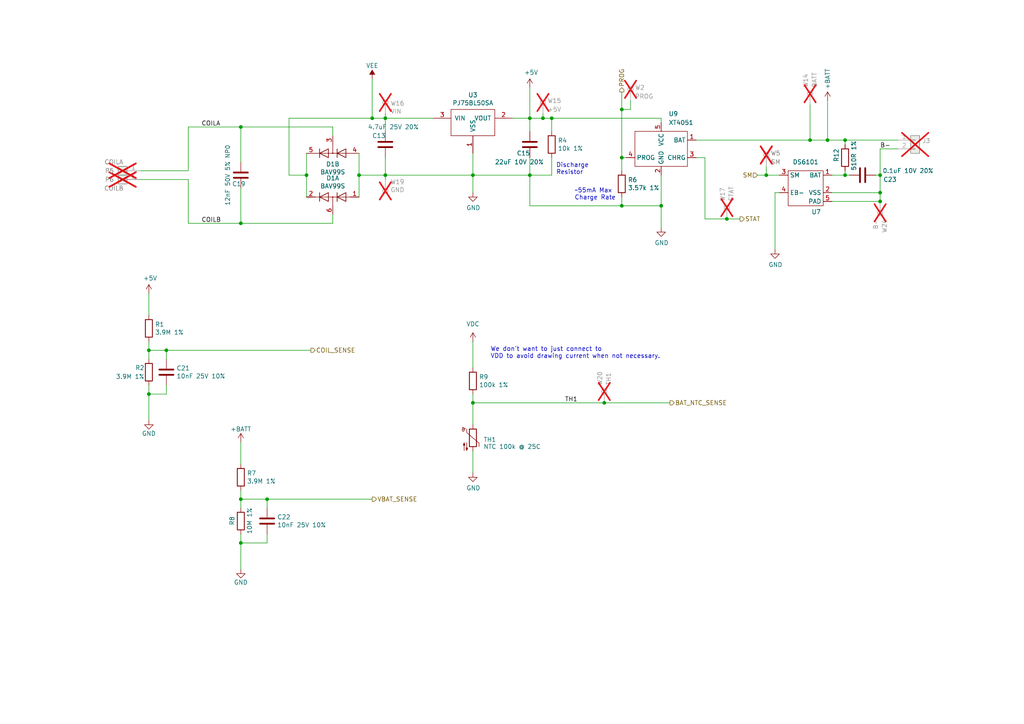
<source format=kicad_sch>
(kicad_sch (version 20250114) (generator "eeschema") (generator_version "9.0")
  (paper "A4")
  (title_block (title "Pixels D6 Schematic, Main") (date "2025-10-12") (rev "11") (company "Systemic Games, LLC") (comment 1 "Wireless Charging Circuitry"))
  (lib_symbols
    (symbol "Connector_Generic:Conn_01x01" (pin_names (offset 1.016) (hide yes))
      (property "Reference" "J" (at 0 2.54 0))
      (property "Value" "Conn_01x01" (at 0 -2.54 0))
      (symbol "Conn_01x01_1_1"
        (rectangle (start -1.27 1.27) (end 1.27 -1.27) (stroke (width 0.254)) (fill (type background)))
        (rectangle (start -1.27 0.127) (end 0 -0.127) (stroke (width 0.1524)))
        (pin passive line (at -5.08 0 0) (length 3.81) (name "Pin_1") (number "1"))
      )
    )
    (symbol "Connector_Generic:Conn_01x02" (pin_names (offset 1.016) (hide yes))
      (property "Reference" "J" (at 0 2.54 0))
      (property "Value" "Conn_01x02" (at 0 -5.08 0))
      (symbol "Conn_01x02_1_1"
        (rectangle (start -1.27 1.27) (end 1.27 -3.81) (stroke (width 0.254)) (fill (type background)))
        (rectangle (start -1.27 0.127) (end 0 -0.127) (stroke (width 0.1524)))
        (rectangle (start -1.27 -2.413) (end 0 -2.667) (stroke (width 0.1524)))
        (pin passive line (at -5.08 0 0) (length 3.81) (name "Pin_1") (number "1"))
        (pin passive line (at -5.08 -2.54 0) (length 3.81) (name "Pin_2") (number "2"))
      )
    )
    (symbol "Device:C" (pin_numbers (hide yes)) (pin_names (offset 0.254))
      (property "Reference" "C" (at 0.635 2.54 0))
      (property "Value" "C" (at 0.635 -2.54 0))
      (symbol "C_0_1"
        (polyline (pts (xy -2.032 0.762) (xy 2.032 0.762)) (stroke (width 0.508)))
        (polyline (pts (xy -2.032 -0.762) (xy 2.032 -0.762)) (stroke (width 0.508)))
      )
      (symbol "C_1_1"
        (pin passive line (at 0 3.81 270) (length 2.794) (name "~") (number "1"))
        (pin passive line (at 0 -3.81 90) (length 2.794) (name "~") (number "2"))
      )
    )
    (symbol "Device:R" (pin_numbers (hide yes)) (pin_names (offset 0))
      (property "Reference" "R" (at 2.032 0 90))
      (property "Value" "R" (at 0 0 90))
      (symbol "R_0_1"
        (rectangle (start -1.016 -2.54) (end 1.016 2.54) (stroke (width 0.254)))
      )
      (symbol "R_1_1"
        (pin passive line (at 0 3.81 270) (length 1.27) (name "~") (number "1"))
        (pin passive line (at 0 -3.81 90) (length 1.27) (name "~") (number "2"))
      )
    )
    (symbol "Device:Thermistor_NTC" (pin_numbers (hide yes)) (pin_names (offset 0))
      (property "Reference" "TH" (at -4.445 0 90))
      (property "Value" "Thermistor_NTC" (at 3.175 0 90))
      (symbol "Thermistor_NTC_0_1"
        (arc (start -3.175 2.413) (mid -3.0506 2.3165) (end -3.048 2.159))
        (arc (start -3.048 2.794) (mid -2.9736 2.9736) (end -2.794 3.048))
        (arc (start -2.794 3.048) (mid -2.6144 2.9736) (end -2.54 2.794))
        (arc (start -2.794 2.54) (mid -2.9736 2.6144) (end -3.048 2.794))
        (arc (start -2.794 1.905) (mid -2.9736 1.9794) (end -3.048 2.159))
        (arc (start -2.54 2.159) (mid -2.6144 1.9794) (end -2.794 1.905))
        (arc (start -2.159 2.794) (mid -2.434 2.5608) (end -2.794 2.54))
        (polyline (pts (xy -2.54 2.159) (xy -2.54 2.794)))
        (polyline (pts (xy -2.54 -3.683) (xy -2.54 -1.397) (xy -2.794 -2.159) (xy -2.286 -2.159) (xy -2.54 -1.397) (xy -2.54 -1.651)) (fill (type outline)))
        (polyline (pts (xy -1.778 2.54) (xy -1.778 1.524) (xy 1.778 -1.524) (xy 1.778 -2.54)))
        (polyline (pts (xy -1.778 -1.397) (xy -1.778 -3.683) (xy -2.032 -2.921) (xy -1.524 -2.921) (xy -1.778 -3.683) (xy -1.778 -3.429)) (fill (type outline)))
        (rectangle (start -1.016 2.54) (end 1.016 -2.54) (stroke (width 0.254)))
      )
      (symbol "Thermistor_NTC_1_1"
        (pin passive line (at 0 3.81 270) (length 1.27) (name "~") (number "1"))
        (pin passive line (at 0 -3.81 90) (length 1.27) (name "~") (number "2"))
      )
    )
    (symbol "Pixels-dice:BAV99S-diode" (pin_names (offset 0.0254) (hide yes))
      (property "Reference" "D" (at 0 2.54 0))
      (property "Value" "BAV99S-diode" (at 0 5.08 0))
      (symbol "BAV99S-diode_0_1"
        (polyline (pts (xy -5.08 0) (xy 5.08 0)))
        (polyline (pts (xy -3.81 1.27) (xy -1.27 0) (xy -3.81 -1.27) (xy -3.81 1.27) (xy -3.81 1.27) (xy -3.81 1.27)) (stroke (width 0.2032)))
        (polyline (pts (xy -1.27 -1.27) (xy -1.27 1.27) (xy -1.27 1.27)) (stroke (width 0.2032)))
        (polyline (pts (xy 0 0) (xy 0 -2.54)))
        (circle (center 0 0) (radius 0.127))
        (polyline (pts (xy 1.27 1.27) (xy 3.81 0) (xy 1.27 -1.27) (xy 1.27 1.27) (xy 1.27 1.27) (xy 1.27 1.27)) (stroke (width 0.2032)))
        (polyline (pts (xy 3.81 1.27) (xy 3.81 -1.27) (xy 3.81 -1.27)) (stroke (width 0.2032)))
      )
      (symbol "BAV99S-diode_1_1"
        (polyline (pts (xy 6.35 0) (xy 7.62 0)))
        (pin passive line (at -7.62 0 0) (length 2.54) (name "A1") (number "1"))
        (pin passive line (at 0 -5.08 90) (length 2.54) (name "K3A4") (number "6"))
        (pin passive line (at 7.62 0 180) (length 2.54) (name "K2") (number "2"))
      )
      (symbol "BAV99S-diode_2_1"
        (polyline (pts (xy 6.35 0) (xy 7.62 0)))
        (pin passive line (at -7.62 0 0) (length 2.54) (name "A3") (number "4"))
        (pin passive line (at 0 -5.08 90) (length 2.54) (name "K1A2") (number "3"))
        (pin passive line (at 7.62 0 180) (length 2.54) (name "K4") (number "5"))
      )
    )
    (symbol "Pixels-dice:DS6101"
      (property "Reference" "U" (at 3.556 -6.35 0))
      (property "Value" "DS6101" (at 0 0 0))
      (symbol "DS6101_0_1"
        (rectangle (start -5.08 5.08) (end 5.08 -5.08))
      )
      (symbol "DS6101_1_1"
        (pin input line (at -7.62 3.81 0) (length 2.54) (name "SM") (number "3"))
        (pin input line (at -7.62 -1.27 0) (length 2.54) (name "EB-") (number "4"))
        (pin power_in line (at 7.62 3.81 180) (length 2.54) (name "BAT") (number "1"))
        (pin power_in line (at 7.62 -1.27 180) (length 2.54) (name "VSS") (number "2"))
        (pin free line (at 7.62 -3.81 180) (length 2.54) (name "PAD") (number "5"))
      )
    )
    (symbol "Pixels-dice:HX6306P502MR" (pin_names (offset 1.016))
      (property "Reference" "U" (at 3.81 -6.35 0))
      (property "Value" "HX6306P502MR" (at 0 3.81 0))
      (symbol "HX6306P502MR_0_1"
        (rectangle (start -6.35 2.54) (end 6.35 -5.08))
      )
      (symbol "HX6306P502MR_1_1"
        (pin power_in line (at -11.43 0 0) (length 5.08) (name "VIN") (number "3"))
        (pin power_in line (at 0 -10.16 90) (length 5.08) (name "VSS") (number "1"))
        (pin power_out line (at 11.43 0 180) (length 5.08) (name "VOUT") (number "2"))
      )
    )
    (symbol "Pixels-dice:TEST_1P-conn" (pin_numbers (hide yes)) (pin_names (offset 0.762) (hide yes))
      (property "Reference" "W" (at 0 6.858 0))
      (property "Value" "TEST_1P-conn" (at 0 5.08 0))
      (symbol "TEST_1P-conn_0_1"
        (circle (center 0 3.302) (radius 0.762))
      )
      (symbol "TEST_1P-conn_1_1"
        (pin passive line (at 0 0 90) (length 2.54) (name "1") (number "1"))
      )
    )
    (symbol "Pixels-dice:XT4051"
      (property "Reference" "U" (at 5.334 -6.35 0))
      (property "Value" "XT4051" (at 0 1.27 0))
      (symbol "XT4051_0_1"
        (rectangle (start -7.62 5.08) (end 7.62 -5.08))
      )
      (symbol "XT4051_1_1"
        (pin input line (at -10.16 -2.54 0) (length 2.54) (name "PROG") (number "4"))
        (pin power_in line (at 0 7.62 270) (length 2.54) (name "VCC") (number "5"))
        (pin power_in line (at 0 -7.62 90) (length 2.54) (name "GND") (number "2"))
        (pin power_out line (at 10.16 2.54 180) (length 2.54) (name "BAT") (number "1"))
        (pin output line (at 10.16 -2.54 180) (length 2.54) (name "CHRG") (number "3"))
      )
    )
    (symbol "power:+5V" (power) (pin_names (offset 0))
      (property "Value" "+5V" (at 0 3.556 0))
      (symbol "+5V_0_1"
        (polyline (pts (xy -0.762 1.27) (xy 0 2.54)))
        (polyline (pts (xy 0 2.54) (xy 0.762 1.27)))
        (polyline (pts (xy 0 0) (xy 0 2.54)))
      )
      (symbol "+5V_1_1"
        (pin power_in line (at 0 0 90) (length 0) (hide yes) (name "+5V") (number "1"))
      )
    )
    (symbol "power:+BATT" (power) (pin_names (offset 0))
      (property "Value" "+BATT" (at 0 3.556 0))
      (symbol "+BATT_0_1"
        (polyline (pts (xy -0.762 1.27) (xy 0 2.54)))
        (polyline (pts (xy 0 2.54) (xy 0.762 1.27)))
        (polyline (pts (xy 0 0) (xy 0 2.54)))
      )
      (symbol "+BATT_1_1"
        (pin power_in line (at 0 0 90) (length 0) (hide yes) (name "+BATT") (number "1"))
      )
    )
    (symbol "power:GND" (power) (pin_names (offset 0))
      (property "Value" "GND" (at 0 -3.81 0))
      (symbol "GND_0_1"
        (polyline (pts (xy 0 0) (xy 0 -1.27) (xy 1.27 -1.27) (xy 0 -2.54) (xy -1.27 -1.27) (xy 0 -1.27)))
      )
      (symbol "GND_1_1"
        (pin power_in line (at 0 0 270) (length 0) (hide yes) (name "GND") (number "1"))
      )
    )
    (symbol "power:VDC" (power) (pin_numbers (hide yes)) (pin_names (offset 0) (hide yes))
      (property "Value" "VDC" (at 0 3.556 0))
      (symbol "VDC_0_1"
        (polyline (pts (xy -0.762 1.27) (xy 0 2.54)))
        (polyline (pts (xy 0 2.54) (xy 0.762 1.27)))
        (polyline (pts (xy 0 0) (xy 0 2.54)))
      )
      (symbol "VDC_1_1"
        (pin power_in line (at 0 0 90) (length 0) (name "~") (number "1"))
      )
    )
    (symbol "power:VEE" (power) (pin_names (offset 0))
      (property "Value" "VEE" (at 0 3.81 0))
      (symbol "VEE_0_1"
        (polyline (pts (xy 0 0) (xy 0 2.54)))
        (polyline (pts (xy 0.762 1.27) (xy -0.762 1.27) (xy 0 2.54) (xy 0.762 1.27)) (fill (type outline)))
      )
      (symbol "VEE_1_1"
        (pin power_in line (at 0 0 90) (length 0) (hide yes) (name "VEE") (number "1"))
      )
    )
  )
  (text "We don't want to just connect to\nVDD to avoid drawing current when not necessary." (at 142.24 104.14 0) (effects (font (size 1.27 1.27)) (justify left bottom)))
  (text "~55mA Max\nCharge Rate" (at 166.624 58.166 0) (effects (font (size 1.27 1.27)) (justify left bottom)))
  (text "Discharge\nResistor" (at 161.29 50.8 0) (effects (font (size 1.27 1.27)) (justify left bottom)))
  (junction (at 245.11 50.8))
  (junction (at 88.9 50.8))
  (junction (at 180.34 59.69))
  (junction (at 245.11 40.64))
  (junction (at 43.18 101.6))
  (junction (at 43.18 114.3))
  (junction (at 191.77 59.69))
  (junction (at 77.47 144.78))
  (junction (at 160.02 34.29))
  (junction (at 153.67 50.8))
  (junction (at 240.03 40.64))
  (junction (at 137.16 50.8))
  (junction (at 111.76 50.8))
  (junction (at 69.85 36.83))
  (junction (at 180.34 31.75))
  (junction (at 137.16 116.84))
  (junction (at 111.76 34.29))
  (junction (at 222.25 50.8))
  (junction (at 180.34 45.72))
  (junction (at 175.26 116.84))
  (junction (at 69.85 157.48))
  (junction (at 48.26 101.6))
  (junction (at 234.95 40.64))
  (junction (at 255.27 58.42))
  (junction (at 153.67 34.29))
  (junction (at 69.85 64.77))
  (junction (at 157.48 34.29))
  (junction (at 69.85 144.78))
  (junction (at 104.14 50.8))
  (junction (at 210.82 63.5))
  (junction (at 107.95 34.29))
  (junction (at 255.27 50.8))
  (junction (at 255.27 55.88))
  (wire (pts (xy 160.02 45.72) (xy 160.02 50.8)))
  (wire (pts (xy 153.67 59.69) (xy 180.34 59.69)))
  (wire (pts (xy 69.85 64.77) (xy 54.61 64.77)))
  (wire (pts (xy 234.95 40.64) (xy 240.03 40.64)))
  (wire (pts (xy 77.47 157.48) (xy 69.85 157.48)))
  (wire (pts (xy 43.18 111.76) (xy 43.18 114.3)))
  (wire (pts (xy 153.67 50.8) (xy 153.67 59.69)))
  (wire (pts (xy 111.76 34.29) (xy 125.73 34.29)))
  (wire (pts (xy 157.48 33.02) (xy 157.48 34.29)))
  (wire (pts (xy 204.47 63.5) (xy 210.82 63.5)))
  (wire (pts (xy 43.18 91.44) (xy 43.18 85.09)))
  (wire (pts (xy 69.85 36.83) (xy 54.61 36.83)))
  (wire (pts (xy 160.02 34.29) (xy 160.02 38.1)))
  (wire (pts (xy 153.67 25.4) (xy 153.67 34.29)))
  (wire (pts (xy 245.11 40.64) (xy 240.03 40.64)))
  (wire (pts (xy 54.61 64.77) (xy 54.61 52.07)))
  (wire (pts (xy 180.34 59.69) (xy 191.77 59.69)))
  (wire (pts (xy 88.9 44.45) (xy 88.9 50.8)))
  (wire (pts (xy 153.67 50.8) (xy 153.67 45.72)))
  (wire (pts (xy 40.64 49.53) (xy 54.61 49.53)))
  (wire (pts (xy 234.95 30.48) (xy 234.95 40.64)))
  (wire (pts (xy 204.47 45.72) (xy 204.47 63.5)))
  (wire (pts (xy 43.18 99.06) (xy 43.18 101.6)))
  (wire (pts (xy 43.18 114.3) (xy 43.18 121.92)))
  (wire (pts (xy 255.27 43.18) (xy 260.35 43.18)))
  (wire (pts (xy 222.25 50.8) (xy 226.06 50.8)))
  (wire (pts (xy 43.18 104.14) (xy 43.18 101.6)))
  (wire (pts (xy 137.16 99.06) (xy 137.16 106.68)))
  (wire (pts (xy 54.61 36.83) (xy 54.61 49.53)))
  (wire (pts (xy 88.9 50.8) (xy 88.9 57.15)))
  (wire (pts (xy 157.48 34.29) (xy 160.02 34.29)))
  (wire (pts (xy 104.14 44.45) (xy 104.14 50.8)))
  (wire (pts (xy 137.16 50.8) (xy 153.67 50.8)))
  (wire (pts (xy 104.14 50.8) (xy 104.14 57.15)))
  (wire (pts (xy 160.02 34.29) (xy 191.77 34.29)))
  (wire (pts (xy 111.76 33.02) (xy 111.76 34.29)))
  (wire (pts (xy 77.47 144.78) (xy 69.85 144.78)))
  (wire (pts (xy 182.88 31.75) (xy 180.34 31.75)))
  (wire (pts (xy 77.47 154.94) (xy 77.47 157.48)))
  (wire (pts (xy 48.26 111.76) (xy 48.26 114.3)))
  (wire (pts (xy 137.16 116.84) (xy 175.26 116.84)))
  (wire (pts (xy 241.3 58.42) (xy 255.27 58.42)))
  (wire (pts (xy 43.18 101.6) (xy 48.26 101.6)))
  (wire (pts (xy 255.27 55.88) (xy 241.3 55.88)))
  (wire (pts (xy 255.27 50.8) (xy 255.27 55.88)))
  (wire (pts (xy 137.16 114.3) (xy 137.16 116.84)))
  (wire (pts (xy 224.79 55.88) (xy 226.06 55.88)))
  (wire (pts (xy 245.11 50.8) (xy 241.3 50.8)))
  (wire (pts (xy 222.25 48.26) (xy 222.25 50.8)))
  (wire (pts (xy 96.52 62.23) (xy 96.52 64.77)))
  (wire (pts (xy 255.27 58.42) (xy 255.27 55.88)))
  (wire (pts (xy 111.76 34.29) (xy 111.76 38.1)))
  (wire (pts (xy 182.88 29.21) (xy 182.88 31.75)))
  (wire (pts (xy 137.16 50.8) (xy 137.16 55.88)))
  (wire (pts (xy 204.47 45.72) (xy 201.93 45.72)))
  (wire (pts (xy 148.59 34.29) (xy 153.67 34.29)))
  (wire (pts (xy 137.16 130.81) (xy 137.16 137.16)))
  (wire (pts (xy 180.34 31.75) (xy 180.34 45.72)))
  (wire (pts (xy 69.85 144.78) (xy 69.85 147.32)))
  (wire (pts (xy 175.26 116.84) (xy 194.31 116.84)))
  (wire (pts (xy 245.11 40.64) (xy 245.11 41.91)))
  (wire (pts (xy 69.85 128.27) (xy 69.85 134.62)))
  (wire (pts (xy 69.85 154.94) (xy 69.85 157.48)))
  (wire (pts (xy 77.47 144.78) (xy 107.95 144.78)))
  (wire (pts (xy 40.64 52.07) (xy 54.61 52.07)))
  (wire (pts (xy 240.03 29.21) (xy 240.03 40.64)))
  (wire (pts (xy 48.26 101.6) (xy 90.17 101.6)))
  (wire (pts (xy 69.85 54.61) (xy 69.85 64.77)))
  (wire (pts (xy 224.79 55.88) (xy 224.79 72.39)))
  (wire (pts (xy 111.76 50.8) (xy 104.14 50.8)))
  (wire (pts (xy 219.71 50.8) (xy 222.25 50.8)))
  (wire (pts (xy 191.77 35.56) (xy 191.77 34.29)))
  (wire (pts (xy 48.26 104.14) (xy 48.26 101.6)))
  (wire (pts (xy 191.77 50.8) (xy 191.77 59.69)))
  (wire (pts (xy 180.34 26.67) (xy 180.34 31.75)))
  (wire (pts (xy 210.82 63.5) (xy 214.63 63.5)))
  (wire (pts (xy 153.67 34.29) (xy 153.67 38.1)))
  (wire (pts (xy 83.82 34.29) (xy 107.95 34.29)))
  (wire (pts (xy 137.16 44.45) (xy 137.16 50.8)))
  (wire (pts (xy 255.27 43.18) (xy 255.27 50.8)))
  (wire (pts (xy 69.85 36.83) (xy 96.52 36.83)))
  (wire (pts (xy 88.9 50.8) (xy 83.82 50.8)))
  (wire (pts (xy 77.47 144.78) (xy 77.47 147.32)))
  (wire (pts (xy 48.26 114.3) (xy 43.18 114.3)))
  (wire (pts (xy 181.61 45.72) (xy 180.34 45.72)))
  (wire (pts (xy 245.11 49.53) (xy 245.11 50.8)))
  (wire (pts (xy 111.76 52.07) (xy 111.76 50.8)))
  (wire (pts (xy 160.02 50.8) (xy 153.67 50.8)))
  (wire (pts (xy 69.85 142.24) (xy 69.85 144.78)))
  (wire (pts (xy 254 50.8) (xy 255.27 50.8)))
  (wire (pts (xy 153.67 34.29) (xy 157.48 34.29)))
  (wire (pts (xy 245.11 40.64) (xy 260.35 40.64)))
  (wire (pts (xy 201.93 40.64) (xy 234.95 40.64)))
  (wire (pts (xy 83.82 50.8) (xy 83.82 34.29)))
  (wire (pts (xy 180.34 57.15) (xy 180.34 59.69)))
  (wire (pts (xy 69.85 157.48) (xy 69.85 165.1)))
  (wire (pts (xy 107.95 22.86) (xy 107.95 34.29)))
  (wire (pts (xy 111.76 45.72) (xy 111.76 50.8)))
  (wire (pts (xy 111.76 50.8) (xy 137.16 50.8)))
  (wire (pts (xy 96.52 39.37) (xy 96.52 36.83)))
  (wire (pts (xy 180.34 45.72) (xy 180.34 49.53)))
  (wire (pts (xy 69.85 46.99) (xy 69.85 36.83)))
  (wire (pts (xy 191.77 59.69) (xy 191.77 66.04)))
  (wire (pts (xy 107.95 34.29) (xy 111.76 34.29)))
  (wire (pts (xy 245.11 50.8) (xy 246.38 50.8)))
  (wire (pts (xy 137.16 116.84) (xy 137.16 123.19)))
  (wire (pts (xy 69.85 64.77) (xy 96.52 64.77)))
  (label "COILB" (at 58.42 64.77 0))
  (label "B-" (at 255.27 43.18 0))
  (label "TH1" (at 163.83 116.84 0))
  (label "COILA" (at 58.42 36.83 0))
  (hierarchical_label "SM" (shape input) (at 219.71 50.8 180))
  (hierarchical_label "PROG" (shape output) (at 180.34 26.67 90))
  (hierarchical_label "VBAT_SENSE" (shape output) (at 107.95 144.78 0))
  (hierarchical_label "COIL_SENSE" (shape output) (at 90.17 101.6 0))
  (hierarchical_label "STAT" (shape output) (at 214.63 63.5 0))
  (hierarchical_label "BAT_NTC_SENSE" (shape output) (at 194.31 116.84 0))
  (symbol (lib_id "power:GND") (at 224.79 72.39 0) (unit 1)
    (property "Reference" "#PWR052" (effects (hide yes)))
    (property "Value" "GND" (at 224.917 76.7842 0))
  )
  (symbol (lib_id "Device:C") (at 111.76 41.91 0) (unit 1)
    (property "Reference" "C13" (at 107.95 39.37 0) (effects (justify left)))
    (property "Value" "4.7uF 25V 20%" (at 106.68 36.83 0) (effects (justify left)))
    (property "Footprint" "Capacitor_SMD:C_0402_1005Metric" (effects (hide yes)))
    (property "Generic OK" "YES" (effects (hide yes)))
    (property "Manufacturer" "HRE" (effects (hide yes)))
    (property "Part Number" "CGA0402X5R475M250GT" (effects (hide yes)))
    (property "LCSC Part #" "C6119795" (effects (hide yes)))
  )
  (symbol (lib_id "Device:R") (at 137.16 110.49 0) (unit 1)
    (property "Reference" "R9" (at 138.938 109.3216 0) (effects (justify left)))
    (property "Value" "100k 1%" (at 138.938 111.633 0) (effects (justify left)))
    (property "Footprint" "Resistor_SMD:R_0201_0603Metric" (effects (hide yes)))
    (property "Generic OK" "YES" (effects (hide yes)))
    (property "Manufacturer" "UNI-ROYAL(Uniroyal Elec)" (effects (hide yes)))
    (property "Part Number" "0201WMF1003TEE" (effects (hide yes)))
    (property "LCSC Part #" "C270364" (effects (hide yes)))
  )
  (symbol (lib_id "Pixels-dice:TEST_1P-conn") (at 111.76 33.02 0) (unit 1) (in_bom no) (dnp yes)
    (property "Reference" "W16" (at 113.2332 29.972 0) (effects (justify left)))
    (property "Value" "VIN" (at 113.2332 32.2834 0) (effects (justify left)))
    (property "Footprint" "Pixels-dice:TEST_PIN" (effects (hide yes)))
    (property "Generic OK" "N/A" (effects (hide yes)))
  )
  (symbol (lib_id "Device:R") (at 160.02 41.91 0) (unit 1)
    (property "Reference" "R4" (at 161.798 40.7416 0) (effects (justify left)))
    (property "Value" "10k 1%" (at 161.798 43.053 0) (effects (justify left)))
    (property "Footprint" "Resistor_SMD:R_0201_0603Metric" (effects (hide yes)))
    (property "Generic OK" "YES" (effects (hide yes)))
    (property "Manufacturer" "UNI-ROYAL(Uniroyal Elec)" (effects (hide yes)))
    (property "Part Number" "0201WMF1002TEE" (effects (hide yes)))
    (property "LCSC Part #" "C473048" (effects (hide yes)))
  )
  (symbol (lib_id "Device:Thermistor_NTC") (at 137.16 127 0) (unit 1)
    (property "Reference" "TH1" (at 140.208 127.508 0) (effects (justify left)))
    (property "Value" "NTC 100k @ 25C" (at 140.208 129.54 0) (effects (justify left)))
    (property "Footprint" "Resistor_SMD:R_0201_0603Metric" (effects (hide yes)))
    (property "Generic OK" "NO" (effects (hide yes)))
    (property "Manufacturer" "muRata " (effects (hide yes)))
    (property "Part Number" "NCP03WF104F05RL " (effects (hide yes)))
    (property "LCSC Part #" "C107344" (effects (hide yes)))
  )
  (symbol (lib_id "power:VEE") (at 107.95 22.86 0) (unit 1)
    (property "Reference" "#PWR032" (effects (hide yes)))
    (property "Value" "VEE" (at 107.95 19.05 0))
  )
  (symbol (lib_id "power:+5V") (at 43.18 85.09 0) (unit 1)
    (property "Reference" "#PWR057" (effects (hide yes)))
    (property "Value" "+5V" (at 43.561 80.6958 0))
  )
  (symbol (lib_id "Device:C") (at 69.85 50.8 0) (unit 1)
    (property "Reference" "C19" (at 67.31 53.34 0) (effects (justify left)))
    (property "Value" "12nF 50V 5% NP0" (at 66.04 59.69 90) (effects (justify left)))
    (property "Footprint" "Capacitor_SMD:C_0805_2012Metric" (effects (hide yes)))
    (property "Generic OK" "NO" (effects (hide yes)))
    (property "Manufacturer" "Murata" (effects (hide yes)))
    (property "Part Number" "GRM2195C1H123JA01D" (effects (hide yes)))
    (property "LCSC Part #" "C97906" (effects (hide yes)))
  )
  (symbol (lib_id "Device:C") (at 250.19 50.8 90) (unit 1)
    (property "Reference" "C23" (at 260.096 52.07 90) (effects (justify left)))
    (property "Value" "0.1uF 10V 20%" (at 270.764 49.53 90) (effects (justify left)))
    (property "Footprint" "Capacitor_SMD:C_0201_0603Metric" (effects (hide yes)))
    (property "Generic OK" "YES" (effects (hide yes)))
    (property "Manufacturer" "HRE" (effects (hide yes)))
    (property "Part Number" "CGA0201X5R104K100ET" (effects (hide yes)))
    (property "LCSC Part #" "C6119757" (effects (hide yes)))
  )
  (symbol (lib_id "Device:R") (at 180.34 53.34 0) (unit 1)
    (property "Reference" "R6" (at 182.118 52.1716 0) (effects (justify left)))
    (property "Value" "3.57k 1%" (at 182.118 54.483 0) (effects (justify left)))
    (property "Footprint" "Resistor_SMD:R_0201_0603Metric" (effects (hide yes)))
    (property "Generic OK" "YES" (effects (hide yes)))
    (property "Manufacturer" "UNI-ROYAL(Uniroyal Elec)" (effects (hide yes)))
    (property "Part Number" "0201WMF3571TEE" (effects (hide yes)))
  )
  (symbol (lib_id "Pixels-dice:TEST_1P-conn") (at 255.27 58.42 180) (unit 1) (in_bom no) (dnp yes)
    (property "Reference" "W24" (at 256.54 63.5 90) (effects (justify left)))
    (property "Value" "B-" (at 254 63.5 90) (effects (justify left)))
    (property "Footprint" "Pixels-dice:TEST_PIN" (effects (hide yes)))
    (property "Generic OK" "N/A" (effects (hide yes)))
  )
  (symbol (lib_id "Device:R") (at 69.85 138.43 0) (unit 1)
    (property "Reference" "R7" (at 71.628 137.2616 0) (effects (justify left)))
    (property "Value" "3.9M 1%" (at 71.628 139.573 0) (effects (justify left)))
    (property "Footprint" "Resistor_SMD:R_0201_0603Metric" (effects (hide yes)))
    (property "Generic OK" "YES" (effects (hide yes)))
    (property "Manufacturer" "UNI-ROYAL(Uniroyal Elec)" (effects (hide yes)))
    (property "Part Number" "0201WMF3904TEE" (effects (hide yes)))
    (property "Alternate Manufacturer" "RALEC" (effects (hide yes)))
    (property "Alternate PN" "RTT013904FTH" (effects (hide yes)))
    (property "Alternate LCSC Part #" "C166210" (effects (hide yes)))
    (property "LCSC Part #" "C423545" (effects (hide yes)))
  )
  (symbol (lib_id "power:+BATT") (at 69.85 128.27 0) (unit 1)
    (property "Reference" "#PWR058" (effects (hide yes)))
    (property "Value" "+BATT" (at 69.85 124.46 0))
  )
  (symbol (lib_id "Device:R") (at 69.85 151.13 0) (unit 1)
    (property "Reference" "R8" (at 67.31 152.4 90) (effects (justify left)))
    (property "Value" "10M 1%" (at 72.39 154.94 90) (effects (justify left)))
    (property "Footprint" "Resistor_SMD:R_0201_0603Metric" (effects (hide yes)))
    (property "Generic OK" "YES" (effects (hide yes)))
    (property "Manufacturer" "UNI-ROYAL(Uniroyal Elec)" (effects (hide yes)))
    (property "Part Number" "0201WMF1005TEE" (effects (hide yes)))
    (property "LCSC Part #" "C423797" (effects (hide yes)))
  )
  (symbol (lib_id "Pixels-dice:HX6306P502MR") (at 137.16 34.29 0) (unit 1)
    (property "Reference" "U3" (at 137.16 27.559 0))
    (property "Value" "PJ75BL50SA" (at 137.16 29.8704 0))
    (property "Footprint" "Pixels-dice:SOT-23" (effects (hide yes)))
    (property "Manufacturer" "PJSEMI" (effects (hide yes)))
    (property "Manufacturer Part Number" "PJ75BL50SA" (effects (hide yes)))
    (property "Generic OK" "NO" (effects (hide yes)))
    (property "Part Number" "PJ75BL50SA" (effects (hide yes)))
  )
  (symbol (lib_id "Device:R") (at 43.18 95.25 0) (unit 1)
    (property "Reference" "R1" (at 44.958 94.0816 0) (effects (justify left)))
    (property "Value" "3.9M 1%" (at 44.958 96.393 0) (effects (justify left)))
    (property "Footprint" "Resistor_SMD:R_0201_0603Metric" (effects (hide yes)))
    (property "Generic OK" "YES" (effects (hide yes)))
    (property "Manufacturer" "UNI-ROYAL(Uniroyal Elec)" (effects (hide yes)))
    (property "Part Number" "0201WMF3904TEE" (effects (hide yes)))
    (property "Alternate Manufacturer" "RALEC" (effects (hide yes)))
    (property "Alternate PN" "RTT013904FTH" (effects (hide yes)))
    (property "Alternate LCSC Part #" "C166210" (effects (hide yes)))
    (property "LCSC Part #" "C423545" (effects (hide yes)))
  )
  (symbol (lib_id "Device:R") (at 43.18 107.95 180) (unit 1)
    (property "Reference" "R2" (at 41.91 106.68 0) (effects (justify left)))
    (property "Value" "3.9M 1%" (at 41.91 109.22 0) (effects (justify left)))
    (property "Footprint" "Resistor_SMD:R_0201_0603Metric" (effects (hide yes)))
    (property "Generic OK" "YES" (effects (hide yes)))
    (property "Manufacturer" "UNI-ROYAL(Uniroyal Elec)" (effects (hide yes)))
    (property "Part Number" "0201WMF3904TEE" (effects (hide yes)))
    (property "Alternate Manufacturer" "RALEC" (effects (hide yes)))
    (property "Alternate PN" "RTT013904FTH" (effects (hide yes)))
    (property "Alternate LCSC Part #" "C166210" (effects (hide yes)))
    (property "LCSC Part #" "C423545" (effects (hide yes)))
  )
  (symbol (lib_id "power:GND") (at 69.85 165.1 0) (unit 1)
    (property "Reference" "#PWR060" (effects (hide yes)))
    (property "Value" "GND" (at 69.85 168.91 0))
  )
  (symbol (lib_id "power:+5V") (at 153.67 25.4 0) (unit 1)
    (property "Reference" "#PWR040" (effects (hide yes)))
    (property "Value" "+5V" (at 154.051 21.0058 0))
  )
  (symbol (lib_id "Device:C") (at 77.47 151.13 0) (unit 1)
    (property "Reference" "C22" (at 80.391 149.9616 0) (effects (justify left)))
    (property "Value" "10nF 25V 10%" (at 80.391 152.273 0) (effects (justify left)))
    (property "Footprint" "Capacitor_SMD:C_0201_0603Metric" (effects (hide yes)))
    (property "Generic OK" "YES" (effects (hide yes)))
    (property "Manufacturer" "HRE" (effects (hide yes)))
    (property "Part Number" "CGA0201X5R103K250ET" (effects (hide yes)))
    (property "Alternate Manufacturer" "Murata Electronics" (effects (hide yes)))
    (property "Alternate PN" "GRM033R71A103KA01D" (effects (hide yes)))
    (property "Alternate LCSC Part #" "C76941" (effects (hide yes)))
    (property "LCSC Part #" "C7503521" (effects (hide yes)))
  )
  (symbol (lib_id "Pixels-dice:TEST_1P-conn") (at 210.82 63.5 0) (unit 1) (in_bom no) (dnp yes)
    (property "Reference" "W17" (at 209.55 58.42 90) (effects (justify left)))
    (property "Value" "STAT" (at 212.09 58.42 90) (effects (justify left)))
    (property "Footprint" "Pixels-dice:TEST_PIN" (effects (hide yes)))
    (property "Generic OK" "N/A" (effects (hide yes)))
  )
  (symbol (lib_id "Device:R") (at 245.11 45.72 0) (unit 1)
    (property "Reference" "R12" (at 242.57 46.99 90) (effects (justify left)))
    (property "Value" "510R 1%" (at 247.65 49.53 90) (effects (justify left)))
    (property "Footprint" "Resistor_SMD:R_0201_0603Metric" (effects (hide yes)))
    (property "Generic OK" "YES" (effects (hide yes)))
    (property "Manufacturer" "UNI-ROYAL(Uniroyal Elec)" (effects (hide yes)))
    (property "Part Number" "NQ01WMJ0511TEE" (effects (hide yes)))
    (property "LCSC Part #" "C965307" (effects (hide yes)))
  )
  (symbol (lib_id "power:GND") (at 191.77 66.04 0) (unit 1)
    (property "Reference" "#PWR051" (effects (hide yes)))
    (property "Value" "GND" (at 191.897 70.4342 0))
  )
  (symbol (lib_id "power:GND") (at 137.16 55.88 0) (unit 1)
    (property "Reference" "#PWR050" (effects (hide yes)))
    (property "Value" "GND" (at 137.287 60.2742 0))
  )
  (symbol (lib_id "power:+BATT") (at 240.03 29.21 0) (unit 1)
    (property "Reference" "#PWR041" (effects (hide yes)))
    (property "Value" "+BATT" (at 240.03 22.86 90))
  )
  (symbol (lib_id "Connector_Generic:Conn_01x02") (at 265.43 40.64 0) (unit 1) (in_bom no) (dnp yes)
    (property "Reference" "J3" (at 267.462 40.8432 0) (effects (justify left)))
    (property "Value" "Conn_01x02" (effects (hide yes)))
    (property "Footprint" "Pixels-dice:Hongjie 10100 Solder Tabs" (effects (hide yes)))
    (property "Generic OK" "N/A" (effects (hide yes)))
  )
  (symbol (lib_id "Pixels-dice:XT4051") (at 191.77 43.18 0) (unit 1)
    (property "Reference" "U9" (at 193.9133 33.02 0) (effects (justify left)))
    (property "Value" "XT4051" (at 193.9133 35.56 0) (effects (justify left)))
    (property "Footprint" "Package_TO_SOT_SMD:SOT-553" (effects (hide yes)))
    (property "Manufacturer" "NATLINEAR" (effects (hide yes)))
    (property "Part Number" "XT4051K421KR-G" (effects (hide yes)))
    (property "LCSC Part #" "C219186" (effects (hide yes)))
  )
  (symbol (lib_id "Device:C") (at 153.67 41.91 0) (unit 1)
    (property "Reference" "C15" (at 149.86 44.45 0) (effects (justify left)))
    (property "Value" "22uF 10V 20%" (at 143.51 46.99 0) (effects (justify left)))
    (property "Footprint" "Capacitor_SMD:C_0603_1608Metric" (effects (hide yes)))
    (property "Generic OK" "YES" (effects (hide yes)))
    (property "Manufacturer" "HRE" (effects (hide yes)))
    (property "Part Number" "CGA0603X5R226M100JT" (effects (hide yes)))
    (property "LCSC Part #" "C6119863" (effects (hide yes)))
  )
  (symbol (lib_id "power:VDC") (at 137.16 99.06 0) (unit 1)
    (property "Reference" "#PWR039" (effects (hide yes)))
    (property "Value" "VDC" (at 137.16 93.98 0))
    (property "Description" "Power symbol creates a global label with name \"VDC\"" (effects (hide yes)))
  )
  (symbol (lib_id "Pixels-dice:TEST_1P-conn") (at 111.76 52.07 180) (unit 1) (in_bom no) (dnp yes)
    (property "Reference" "W19" (at 113.2332 52.7558 0) (effects (justify right)))
    (property "Value" "GND" (at 113.2332 55.0672 0) (effects (justify right)))
    (property "Footprint" "Pixels-dice:TEST_PIN" (effects (hide yes)))
    (property "Generic OK" "N/A" (effects (hide yes)))
  )
  (symbol (lib_id "Pixels-dice:TEST_1P-conn") (at 234.95 30.48 0) (unit 1) (in_bom no) (dnp yes)
    (property "Reference" "W14" (at 233.68 25.4 90) (effects (justify left)))
    (property "Value" "BATT" (at 236.22 25.4 90) (effects (justify left)))
    (property "Footprint" "Pixels-dice:TEST_PIN" (effects (hide yes)))
    (property "Generic OK" "N/A" (effects (hide yes)))
  )
  (symbol (lib_id "Connector_Generic:Conn_01x01") (at 35.56 52.07 180) (unit 1) (in_bom no) (dnp yes)
    (property "Reference" "P6" (at 31.75 52.07 0))
    (property "Value" "COILB" (at 33.02 54.61 0))
    (property "Footprint" "Pixels-dice:TestPoint_THTPad_D1.5mm_Drill0.7mm_nosilk" (effects (hide yes)))
    (property "Generic OK" "N/A" (effects (hide yes)))
  )
  (symbol (lib_id "Connector_Generic:Conn_01x01") (at 35.56 49.53 180) (unit 1) (in_bom no) (dnp yes)
    (property "Reference" "P5" (at 31.75 49.53 0))
    (property "Value" "COILA" (at 33.02 46.99 0))
    (property "Footprint" "Pixels-dice:TestPoint_THTPad_D1.5mm_Drill0.7mm_nosilk" (effects (hide yes)))
    (property "Generic OK" "N/A" (effects (hide yes)))
  )
  (symbol (lib_id "Pixels-dice:TEST_1P-conn") (at 157.48 33.02 0) (unit 1) (in_bom no) (dnp yes)
    (property "Reference" "W15" (at 158.75 29.21 0) (effects (justify left)))
    (property "Value" "+5V" (at 158.75 31.75 0) (effects (justify left)))
    (property "Footprint" "Pixels-dice:TEST_PIN" (effects (hide yes)))
    (property "Generic OK" "N/A" (effects (hide yes)))
  )
  (symbol (lib_id "Pixels-dice:TEST_1P-conn") (at 175.26 116.84 0) (unit 1) (in_bom no) (dnp yes)
    (property "Reference" "W20" (at 173.99 111.76 90) (effects (justify left)))
    (property "Value" "TH1" (at 176.53 111.76 90) (effects (justify left)))
    (property "Footprint" "Pixels-dice:TEST_PIN" (effects (hide yes)))
    (property "Generic OK" "N/A" (effects (hide yes)))
  )
  (symbol (lib_id "Pixels-dice:TEST_1P-conn") (at 222.25 48.26 0) (unit 1) (in_bom no) (dnp yes)
    (property "Reference" "W5" (at 223.52 44.45 0) (effects (justify left)))
    (property "Value" "SM" (at 223.52 46.99 0) (effects (justify left)))
    (property "Footprint" "Pixels-dice:TEST_PIN" (effects (hide yes)))
    (property "Generic OK" "N/A" (effects (hide yes)))
  )
  (symbol (lib_id "Pixels-dice:DS6101") (at 233.68 54.61 0) (unit 1)
    (property "Reference" "U7" (at 236.728 61.468 0))
    (property "Value" "DS6101" (at 233.68 46.99 0))
    (property "Footprint" "Package_DFN_QFN:UDFN-4-1EP_1x1mm_P0.65mm_EP0.48x0.48mm" (effects (hide yes)))
    (property "Manufacturer" "DSTECH" (effects (hide yes)))
    (property "Part Number" " DS6101AED4" (effects (hide yes)))
    (property "LCSC Part #" "C7499469" (effects (hide yes)))
  )
  (symbol (lib_id "Pixels-dice:TEST_1P-conn") (at 182.88 29.21 0) (unit 1) (in_bom no) (dnp yes)
    (property "Reference" "W2" (at 184.15 25.4 0) (effects (justify left)))
    (property "Value" "PROG" (at 184.15 27.94 0) (effects (justify left)))
    (property "Footprint" "Pixels-dice:TEST_PIN" (effects (hide yes)))
    (property "Generic OK" "N/A" (effects (hide yes)))
  )
  (symbol (lib_id "power:GND") (at 137.16 137.16 0) (unit 1)
    (property "Reference" "#PWR022" (effects (hide yes)))
    (property "Value" "GND" (at 137.287 141.5542 0))
  )
  (symbol (lib_id "Pixels-dice:BAV99S-diode") (at 96.52 44.45 180) (unit 2)
    (property "Reference" "D1" (at 96.52 47.5996 0))
    (property "Value" "BAV99S" (at 96.52 49.911 0))
    (property "Footprint" "Pixels-dice:SOT-363_SC-70-6" (effects (hide yes)))
    (property "Datasheet" "https://assets.nexperia.com/documents/data-sheet/BAV99_SER.pdf" (effects (hide yes)))
    (property "Generic OK" "YES" (effects (hide yes)))
    (property "Manufacturer" "Nexperia" (effects (hide yes)))
    (property "Part Number" "BAV99S,115" (effects (hide yes)))
    (property "LCSC Part #" "C96225" (effects (hide yes)))
  )
  (symbol (lib_id "power:GND") (at 43.18 121.92 0) (unit 1)
    (property "Reference" "#PWR059" (effects (hide yes)))
    (property "Value" "GND" (at 43.18 125.73 0))
  )
  (symbol (lib_id "Pixels-dice:BAV99S-diode") (at 96.52 57.15 0) (mirror y) (unit 1)
    (property "Reference" "D1" (at 96.52 51.6636 0))
    (property "Value" "BAV99S" (at 96.52 53.975 0))
    (property "Footprint" "Pixels-dice:SOT-363_SC-70-6" (effects (hide yes)))
    (property "Datasheet" "https://assets.nexperia.com/documents/data-sheet/BAV99_SER.pdf" (effects (hide yes)))
    (property "Generic OK" "YES" (effects (hide yes)))
    (property "Manufacturer" "Nexperia" (effects (hide yes)))
    (property "Part Number" "BAV99S,115" (effects (hide yes)))
    (property "LCSC Part #" "C96225" (effects (hide yes)))
  )
  (symbol (lib_id "Device:C") (at 48.26 107.95 0) (unit 1)
    (property "Reference" "C21" (at 51.181 106.7816 0) (effects (justify left)))
    (property "Value" "10nF 25V 10%" (at 51.181 109.093 0) (effects (justify left)))
    (property "Footprint" "Capacitor_SMD:C_0201_0603Metric" (effects (hide yes)))
    (property "Generic OK" "YES" (effects (hide yes)))
    (property "Manufacturer" "HRE" (effects (hide yes)))
    (property "Part Number" "CGA0201X5R103K250ET" (effects (hide yes)))
    (property "Alternate Manufacturer" "Murata Electronics" (effects (hide yes)))
    (property "Alternate PN" "GRM033R71A103KA01D" (effects (hide yes)))
    (property "Alternate LCSC Part #" "C76941" (effects (hide yes)))
    (property "LCSC Part #" "C7503521" (effects (hide yes)))
  )
)
</source>
